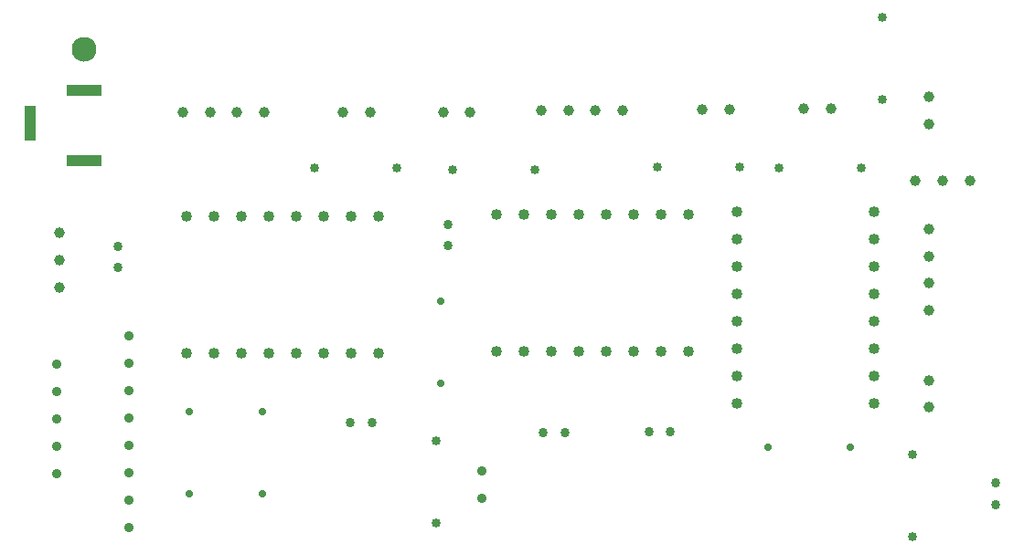
<source format=gbr>
%TF.GenerationSoftware,Altium Limited,Altium Designer,20.1.12 (249)*%
G04 Layer_Color=0*
%FSLAX26Y26*%
%MOIN*%
%TF.SameCoordinates,01E7709E-0BC1-400C-968F-F7AE8F8D3573*%
%TF.FilePolarity,Positive*%
%TF.FileFunction,Plated,1,4,PTH,Drill*%
%TF.Part,Single*%
G01*
G75*
%TA.AperFunction,ComponentDrill*%
%ADD81C,0.039370*%
%ADD82C,0.039370*%
%ADD83C,0.040157*%
%ADD84C,0.033858*%
%ADD85C,0.033465*%
%ADD86C,0.033858*%
%ADD87C,0.027559*%
%ADD88C,0.033465*%
%ADD89C,0.040157*%
%ADD90C,0.035039*%
%ADD91C,0.027559*%
%ADD92C,0.035433*%
%ADD93R,0.125984X0.039370*%
%ADD94R,0.039370X0.125984*%
%ADD95C,0.090551*%
D81*
X3415000Y1210276D02*
D03*
Y1111850D02*
D03*
Y915000D02*
D03*
Y1013425D02*
D03*
X3565000Y1390000D02*
D03*
X3465000D02*
D03*
X3365000D02*
D03*
X2960000Y1653347D02*
D03*
X3058425D02*
D03*
X2590787Y1650000D02*
D03*
X2689213D02*
D03*
X1645000Y1640000D02*
D03*
X1743425D02*
D03*
X1280000D02*
D03*
X1378425D02*
D03*
D82*
X3415000Y1693425D02*
D03*
Y1595000D02*
D03*
X696732Y1639134D02*
D03*
X795158D02*
D03*
X992008D02*
D03*
X893583D02*
D03*
X3415000Y659213D02*
D03*
Y560787D02*
D03*
X2200000Y1645000D02*
D03*
X2298425D02*
D03*
X2101575D02*
D03*
X2003150D02*
D03*
X245000Y1200000D02*
D03*
Y1100000D02*
D03*
Y1000000D02*
D03*
D83*
X710000Y1260000D02*
D03*
X810000D02*
D03*
X910000D02*
D03*
X1010000D02*
D03*
X1110000D02*
D03*
X1210000D02*
D03*
X1310000D02*
D03*
X1410000D02*
D03*
Y760000D02*
D03*
X1310000D02*
D03*
X1210000D02*
D03*
X1110000D02*
D03*
X1010000D02*
D03*
X910000D02*
D03*
X810000D02*
D03*
X710000D02*
D03*
X1840000Y1265000D02*
D03*
X1940000D02*
D03*
X2040000D02*
D03*
X2140000D02*
D03*
X2240000D02*
D03*
X2340000D02*
D03*
X2440000D02*
D03*
X2540000D02*
D03*
Y765000D02*
D03*
X2440000D02*
D03*
X2340000D02*
D03*
X2240000D02*
D03*
X2140000D02*
D03*
X2040000D02*
D03*
X1940000D02*
D03*
X1840000D02*
D03*
D84*
X2010000Y470000D02*
D03*
X2088740D02*
D03*
X2395630Y473346D02*
D03*
X2474370D02*
D03*
X1306260Y505000D02*
D03*
X1385000D02*
D03*
D85*
X3245000Y1685000D02*
D03*
Y1985000D02*
D03*
X3355000Y90000D02*
D03*
Y390000D02*
D03*
X1620000Y440000D02*
D03*
Y140000D02*
D03*
D86*
X1661653Y1229370D02*
D03*
Y1150630D02*
D03*
X3658347Y205630D02*
D03*
Y284370D02*
D03*
X458346Y1070630D02*
D03*
Y1149370D02*
D03*
D87*
X720000Y545000D02*
D03*
Y245000D02*
D03*
X985000D02*
D03*
Y545000D02*
D03*
X1635000Y650000D02*
D03*
Y950000D02*
D03*
D88*
X2870000Y1435000D02*
D03*
X3170000D02*
D03*
X2425000Y1440000D02*
D03*
X2725000D02*
D03*
X1680000Y1430000D02*
D03*
X1980000D02*
D03*
X1175000Y1435000D02*
D03*
X1475000D02*
D03*
D89*
X3215000Y1275000D02*
D03*
Y1175000D02*
D03*
Y1075000D02*
D03*
Y975000D02*
D03*
Y875000D02*
D03*
Y775000D02*
D03*
Y675000D02*
D03*
Y575000D02*
D03*
X2715000D02*
D03*
Y675000D02*
D03*
Y775000D02*
D03*
Y875000D02*
D03*
Y975000D02*
D03*
Y1075000D02*
D03*
Y1175000D02*
D03*
Y1275000D02*
D03*
D90*
X499213Y823346D02*
D03*
Y723346D02*
D03*
Y623346D02*
D03*
Y523346D02*
D03*
Y423346D02*
D03*
Y323346D02*
D03*
Y223346D02*
D03*
Y123347D02*
D03*
D91*
X3130000Y415000D02*
D03*
X2830000D02*
D03*
D92*
X235000Y720000D02*
D03*
Y620000D02*
D03*
Y520000D02*
D03*
Y420000D02*
D03*
Y320000D02*
D03*
X1785000Y230000D02*
D03*
Y330000D02*
D03*
D93*
X335000Y1720000D02*
D03*
Y1460158D02*
D03*
D94*
X138150Y1599921D02*
D03*
D95*
X335000Y1869606D02*
D03*
%TF.MD5,0e2d26b845c5202657eb374eb389f571*%
M02*

</source>
